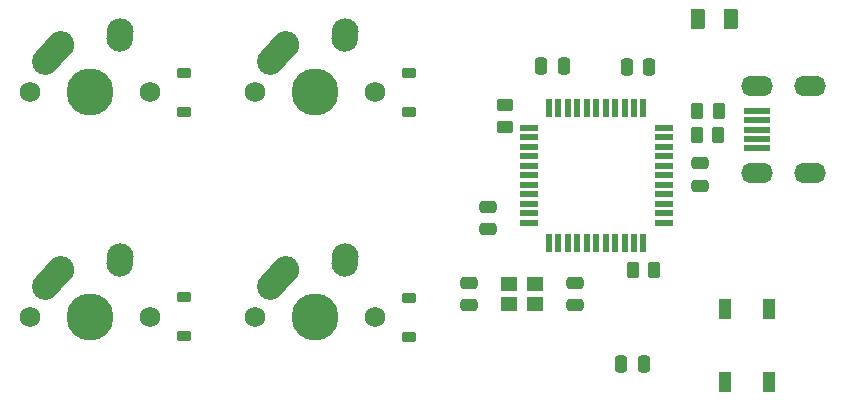
<source format=gbr>
%TF.GenerationSoftware,KiCad,Pcbnew,7.0.8*%
%TF.CreationDate,2023-10-09T20:56:40+02:00*%
%TF.ProjectId,keyboard,6b657962-6f61-4726-942e-6b696361645f,rev?*%
%TF.SameCoordinates,Original*%
%TF.FileFunction,Soldermask,Bot*%
%TF.FilePolarity,Negative*%
%FSLAX46Y46*%
G04 Gerber Fmt 4.6, Leading zero omitted, Abs format (unit mm)*
G04 Created by KiCad (PCBNEW 7.0.8) date 2023-10-09 20:56:40*
%MOMM*%
%LPD*%
G01*
G04 APERTURE LIST*
G04 Aperture macros list*
%AMRoundRect*
0 Rectangle with rounded corners*
0 $1 Rounding radius*
0 $2 $3 $4 $5 $6 $7 $8 $9 X,Y pos of 4 corners*
0 Add a 4 corners polygon primitive as box body*
4,1,4,$2,$3,$4,$5,$6,$7,$8,$9,$2,$3,0*
0 Add four circle primitives for the rounded corners*
1,1,$1+$1,$2,$3*
1,1,$1+$1,$4,$5*
1,1,$1+$1,$6,$7*
1,1,$1+$1,$8,$9*
0 Add four rect primitives between the rounded corners*
20,1,$1+$1,$2,$3,$4,$5,0*
20,1,$1+$1,$4,$5,$6,$7,0*
20,1,$1+$1,$6,$7,$8,$9,0*
20,1,$1+$1,$8,$9,$2,$3,0*%
%AMHorizOval*
0 Thick line with rounded ends*
0 $1 width*
0 $2 $3 position (X,Y) of the first rounded end (center of the circle)*
0 $4 $5 position (X,Y) of the second rounded end (center of the circle)*
0 Add line between two ends*
20,1,$1,$2,$3,$4,$5,0*
0 Add two circle primitives to create the rounded ends*
1,1,$1,$2,$3*
1,1,$1,$4,$5*%
G04 Aperture macros list end*
%ADD10C,1.750000*%
%ADD11C,3.987800*%
%ADD12HorizOval,2.250000X0.655001X0.730000X-0.655001X-0.730000X0*%
%ADD13C,2.250000*%
%ADD14HorizOval,2.250000X0.020000X0.290000X-0.020000X-0.290000X0*%
%ADD15R,1.400000X1.200000*%
%ADD16RoundRect,0.250000X-0.475000X0.250000X-0.475000X-0.250000X0.475000X-0.250000X0.475000X0.250000X0*%
%ADD17RoundRect,0.250000X0.262500X0.450000X-0.262500X0.450000X-0.262500X-0.450000X0.262500X-0.450000X0*%
%ADD18RoundRect,0.225000X0.375000X-0.225000X0.375000X0.225000X-0.375000X0.225000X-0.375000X-0.225000X0*%
%ADD19R,2.250000X0.500000*%
%ADD20O,2.700000X1.700000*%
%ADD21RoundRect,0.250000X-0.250000X-0.475000X0.250000X-0.475000X0.250000X0.475000X-0.250000X0.475000X0*%
%ADD22RoundRect,0.250000X0.250000X0.475000X-0.250000X0.475000X-0.250000X-0.475000X0.250000X-0.475000X0*%
%ADD23R,1.100000X1.800000*%
%ADD24RoundRect,0.250000X0.375000X0.625000X-0.375000X0.625000X-0.375000X-0.625000X0.375000X-0.625000X0*%
%ADD25R,1.500000X0.550000*%
%ADD26R,0.550000X1.500000*%
%ADD27RoundRect,0.250000X-0.262500X-0.450000X0.262500X-0.450000X0.262500X0.450000X-0.262500X0.450000X0*%
%ADD28RoundRect,0.250000X0.450000X-0.262500X0.450000X0.262500X-0.450000X0.262500X-0.450000X-0.262500X0*%
%ADD29RoundRect,0.250000X0.475000X-0.250000X0.475000X0.250000X-0.475000X0.250000X-0.475000X-0.250000X0*%
G04 APERTURE END LIST*
D10*
%TO.C,MX1*%
X107632500Y-65087500D03*
D11*
X112712500Y-65087500D03*
D10*
X117792500Y-65087500D03*
D12*
X109557501Y-61817500D03*
D13*
X110212500Y-61087500D03*
D14*
X115232500Y-60297500D03*
D13*
X115252500Y-60007500D03*
%TD*%
D10*
%TO.C,MX3*%
X107632500Y-84137500D03*
D11*
X112712500Y-84137500D03*
D10*
X117792500Y-84137500D03*
D12*
X109557501Y-80867500D03*
D13*
X110212500Y-80137500D03*
D14*
X115232500Y-79347500D03*
D13*
X115252500Y-79057500D03*
%TD*%
D10*
%TO.C,MX4*%
X126682500Y-84137500D03*
D11*
X131762500Y-84137500D03*
D10*
X136842500Y-84137500D03*
D12*
X128607501Y-80867500D03*
D13*
X129262500Y-80137500D03*
D14*
X134282500Y-79347500D03*
D13*
X134302500Y-79057500D03*
%TD*%
D10*
%TO.C,MX2*%
X126682500Y-65087500D03*
D11*
X131762500Y-65087500D03*
D10*
X136842500Y-65087500D03*
D12*
X128607501Y-61817500D03*
D13*
X129262500Y-61087500D03*
D14*
X134282500Y-60297500D03*
D13*
X134302500Y-60007500D03*
%TD*%
D15*
%TO.C,Y1*%
X148122250Y-81345250D03*
X150322250Y-81345250D03*
X150322250Y-83045250D03*
X148122250Y-83045250D03*
%TD*%
D16*
%TO.C,C1*%
X144734250Y-81218250D03*
X144734250Y-83118250D03*
%TD*%
D17*
%TO.C,R3*%
X165893750Y-66675000D03*
X164068750Y-66675000D03*
%TD*%
D18*
%TO.C,D2*%
X139700000Y-66737500D03*
X139700000Y-63437500D03*
%TD*%
D19*
%TO.C,USB1*%
X169138000Y-69862500D03*
X169138000Y-69062500D03*
X169138000Y-68262500D03*
X169138000Y-67462500D03*
X169138000Y-66662500D03*
D20*
X173638000Y-71912500D03*
X173638000Y-64612500D03*
X169138000Y-71912500D03*
X169138000Y-64612500D03*
%TD*%
D18*
%TO.C,D3*%
X120650000Y-85725000D03*
X120650000Y-82425000D03*
%TD*%
D16*
%TO.C,C2*%
X153751250Y-81218250D03*
X153751250Y-83118250D03*
%TD*%
D17*
%TO.C,R2*%
X165870250Y-68707000D03*
X164045250Y-68707000D03*
%TD*%
D21*
%TO.C,C5*%
X150896250Y-62864250D03*
X152796250Y-62864250D03*
%TD*%
D22*
%TO.C,C6*%
X159543750Y-88106250D03*
X157643750Y-88106250D03*
%TD*%
D23*
%TO.C,SW1*%
X170125000Y-89618750D03*
X166425000Y-83418750D03*
X166425000Y-89618750D03*
X170125000Y-83418750D03*
%TD*%
D22*
%TO.C,C7*%
X160035250Y-62991250D03*
X158135250Y-62991250D03*
%TD*%
D24*
%TO.C,F1*%
X166933000Y-58935250D03*
X164133000Y-58935250D03*
%TD*%
D18*
%TO.C,D1*%
X120650000Y-66800000D03*
X120650000Y-63500000D03*
%TD*%
D16*
%TO.C,C4*%
X146385250Y-74807250D03*
X146385250Y-76707250D03*
%TD*%
D25*
%TO.C,U1*%
X161229250Y-68135250D03*
X161229250Y-68935250D03*
X161229250Y-69735250D03*
X161229250Y-70535250D03*
X161229250Y-71335250D03*
X161229250Y-72135250D03*
X161229250Y-72935250D03*
X161229250Y-73735250D03*
X161229250Y-74535250D03*
X161229250Y-75335250D03*
X161229250Y-76135250D03*
D26*
X159529250Y-77835250D03*
X158729250Y-77835250D03*
X157929250Y-77835250D03*
X157129250Y-77835250D03*
X156329250Y-77835250D03*
X155529250Y-77835250D03*
X154729250Y-77835250D03*
X153929250Y-77835250D03*
X153129250Y-77835250D03*
X152329250Y-77835250D03*
X151529250Y-77835250D03*
D25*
X149829250Y-76135250D03*
X149829250Y-75335250D03*
X149829250Y-74535250D03*
X149829250Y-73735250D03*
X149829250Y-72935250D03*
X149829250Y-72135250D03*
X149829250Y-71335250D03*
X149829250Y-70535250D03*
X149829250Y-69735250D03*
X149829250Y-68935250D03*
X149829250Y-68135250D03*
D26*
X151529250Y-66435250D03*
X152329250Y-66435250D03*
X153129250Y-66435250D03*
X153929250Y-66435250D03*
X154729250Y-66435250D03*
X155529250Y-66435250D03*
X156329250Y-66435250D03*
X157129250Y-66435250D03*
X157929250Y-66435250D03*
X158729250Y-66435250D03*
X159529250Y-66435250D03*
%TD*%
D27*
%TO.C,R1*%
X158631250Y-80168750D03*
X160456250Y-80168750D03*
%TD*%
D18*
%TO.C,D4*%
X139700000Y-85787500D03*
X139700000Y-82487500D03*
%TD*%
D28*
%TO.C,R4*%
X147796250Y-68040250D03*
X147796250Y-66215250D03*
%TD*%
D29*
%TO.C,C3*%
X164306250Y-73025000D03*
X164306250Y-71125000D03*
%TD*%
M02*

</source>
